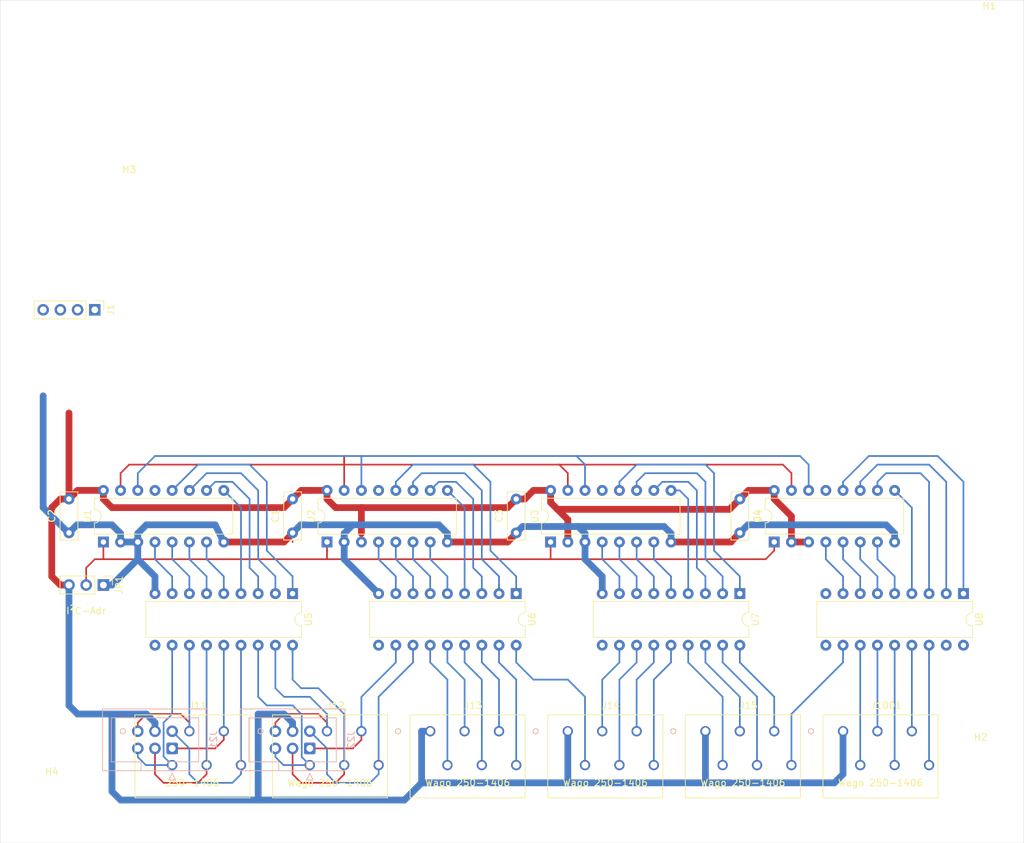
<source format=kicad_pcb>
(kicad_pcb (version 20211014) (generator pcbnew)
  (layers (0 "F.Cu" signal) (31 "B.Cu" signal) (34 "B.Paste" user) (35 "F.Paste" user) (36 "B.SilkS" user "B.Silkscreen") (37 "F.SilkS" user "F.Silkscreen") (38 "B.Mask" user) (39 "F.Mask" user) (44 "Edge.Cuts" user))
  (net 0 "")
  (net 1 "+5V")
  (net 2 "GND")
  (net 3 "Net-(U4-Pad12)")
  (net 4 "Net-(U4-Pad11)")
  (net 5 "Net-(U4-Pad10)")
  (net 6 "Net-(J1-Pad2)")
  (net 7 "Net-(U4-Pad9)")
  (net 8 "Net-(U4-Pad4)")
  (net 9 "Net-(U4-Pad5)")
  (net 10 "Net-(U4-Pad6)")
  (net 11 "Net-(U4-Pad7)")
  (net 12 "Net-(J1-Pad3)")
  (net 13 "Net-(J12-Pad2)")
  (net 14 "Net-(J12-Pad3)")
  (net 15 "Net-(J12-Pad4)")
  (net 16 "Net-(J12-Pad5)")
  (net 17 "Net-(J13-Pad5)")
  (net 18 "Net-(J13-Pad4)")
  (net 19 "Net-(J13-Pad3)")
  (net 20 "Net-(J13-Pad2)")
  (net 21 "Net-(J11-Pad2)")
  (net 22 "Net-(J14-Pad2)")
  (net 23 "Net-(J14-Pad3)")
  (net 24 "Net-(J14-Pad4)")
  (net 25 "Net-(J14-Pad5)")
  (net 26 "Net-(J13-Pad6)")
  (net 27 "Net-(J11-Pad6)")
  (net 28 "Net-(J12-Pad6)")
  (net 29 "Net-(J14-Pad6)")
  (net 30 "Net-(J15-Pad2)")
  (net 31 "Net-(J15-Pad3)")
  (net 32 "Net-(J15-Pad4)")
  (net 33 "Net-(J15-Pad5)")
  (net 34 "Net-(J15-Pad6)")
  (net 35 "Net-(J1001-Pad2)")
  (net 36 "Net-(J1001-Pad3)")
  (net 37 "Net-(J1001-Pad4)")
  (net 38 "Net-(J1001-Pad5)")
  (net 39 "Net-(J1001-Pad6)")
  (net 40 "Net-(U1-Pad7)")
  (net 41 "Net-(U1-Pad6)")
  (net 42 "Net-(U1-Pad5)")
  (net 43 "Net-(U1-Pad12)")
  (net 44 "Net-(U1-Pad4)")
  (net 45 "Net-(U1-Pad11)")
  (net 46 "Net-(U1-Pad10)")
  (net 47 "Net-(U1-Pad9)")
  (net 48 "Net-(JP1-Pad2)")
  (net 49 "Net-(U2-Pad7)")
  (net 50 "Net-(U2-Pad6)")
  (net 51 "Net-(U2-Pad5)")
  (net 52 "Net-(U2-Pad12)")
  (net 53 "Net-(U2-Pad4)")
  (net 54 "Net-(U2-Pad11)")
  (net 55 "Net-(U2-Pad10)")
  (net 56 "Net-(U2-Pad9)")
  (net 57 "Net-(U3-Pad7)")
  (net 58 "Net-(U3-Pad6)")
  (net 59 "Net-(U3-Pad5)")
  (net 60 "Net-(U3-Pad12)")
  (net 61 "Net-(U3-Pad4)")
  (net 62 "Net-(U3-Pad11)")
  (net 63 "Net-(U3-Pad10)")
  (net 64 "Net-(U3-Pad9)")
  (net 65 "Net-(J11-Pad5)")
  (net 66 "Net-(J11-Pad4)")
  (net 67 "Net-(J11-Pad3)")
  (footprint "Package_DIP:DIP-16_W7.62mm" (layer "F.Cu") (at 76.2 132.08 90)
    (fp_text reference "U1")
    (fp_text value "PCF8574")
  )
  (footprint "Package_DIP:DIP-16_W7.62mm" (layer "F.Cu") (at 109.22 132.08 90)
    (fp_text reference "U2")
    (fp_text value "PCF8574")
  )
  (footprint "Package_DIP:DIP-16_W7.62mm" (layer "F.Cu") (at 142.24 132.08 90)
    (fp_text reference "U3")
    (fp_text value "PCF8574")
  )
  (footprint "Package_DIP:DIP-18_W7.62mm" (layer "F.Cu") (at 104.14 139.7 -90)
    (fp_text reference "U5")
    (fp_text value "ULN2803A")
  )
  (footprint "Package_DIP:DIP-18_W7.62mm" (layer "F.Cu") (at 137.16 139.7 -90)
    (fp_text reference "U6")
    (fp_text value "ULN2803A")
  )
  (footprint "Package_DIP:DIP-18_W7.62mm" (layer "F.Cu") (at 170.18 139.7 -90)
    (fp_text reference "U7")
    (fp_text value "ULN2803A")
  )
  (footprint "Capacitors_THT:C_Disc_D7.0mm_W2.5mm_P5.00mm" (layer "F.Cu") (at 71.12 125.73 -90)
    (fp_text reference "C2")
    (fp_text value "100n")
  )
  (footprint "Capacitors_THT:C_Disc_D7.0mm_W2.5mm_P5.00mm" (layer "F.Cu") (at 137.16 125.73 -90)
    (fp_text reference "C3")
    (fp_text value "100n")
  )
  (footprint "Wago:CONN_250-1406_WAG" (layer "F.Cu") (at 104.14 160.02)
    (fp_text reference "J12")
    (fp_text value "Wago 250-1406")
  )
  (footprint "Wago:CONN_250-1406_WAG" (layer "F.Cu") (at 124.46 160.02)
    (fp_text reference "J13")
    (fp_text value "Wago 250-1406")
  )
  (footprint "Wago:CONN_250-1406_WAG" (layer "F.Cu") (at 144.78 160.02)
    (fp_text reference "J14")
    (fp_text value "Wago 250-1406")
  )
  (footprint "Wago:CONN_250-1406_WAG" (layer "F.Cu") (at 83.82 160.02)
    (fp_text reference "J11")
    (fp_text value "250-1406")
  )
  (footprint "Capacitors_THT:C_Disc_D7.0mm_W2.5mm_P5.00mm" (layer "F.Cu") (at 104.14 125.73 -90)
    (fp_text reference "C1")
    (fp_text value "100n")
  )
  (footprint "Wago:CONN_250-1406_WAG" (layer "F.Cu") (at 165.1 160.02)
    (fp_text reference "J15")
    (fp_text value "Wago 250-1406")
  )
  (footprint "Mounting_Holes:MountingHole_3.2mm_M3" (layer "F.Cu") (at 207.01 57.15)
    (fp_text reference "H1")
    (fp_text value "MountingHole")
  )
  (footprint "Mounting_Holes:MountingHole_3.2mm_M3" (layer "F.Cu") (at 205.74 165.1)
    (fp_text reference "H2")
    (fp_text value "MountingHole")
  )
  (footprint "Mounting_Holes:MountingHole_3.2mm_M3" (layer "F.Cu") (at 80.01 81.28)
    (fp_text reference "H3")
    (fp_text value "MountingHole")
  )
  (footprint "Mounting_Holes:MountingHole_3.2mm_M3" (layer "F.Cu") (at 68.58 170.18)
    (fp_text reference "H4")
    (fp_text value "MountingHole")
  )
  (footprint "Capacitors_THT:C_Disc_D7.0mm_W2.5mm_P5.00mm" (layer "F.Cu") (at 170.18 125.73 -90)
    (fp_text reference "C4")
    (fp_text value "100n")
  )
  (footprint "Wago:CONN_250-1406_WAG" (layer "F.Cu") (at 185.42 160.02)
    (fp_text reference "J1001")
    (fp_text value "Wago 250-1406")
  )
  (footprint "Package_DIP:DIP-16_W7.62mm" (layer "F.Cu") (at 175.26 132.08 90)
    (fp_text reference "U4")
    (fp_text value "PCF8574")
  )
  (footprint "Package_DIP:DIP-18_W7.62mm" (layer "F.Cu") (at 203.2 139.7 -90)
    (fp_text reference "U8")
    (fp_text value "ULN2803A")
  )
  (footprint "Pin_Headers:Pin_Header_Straight_1x04_Pitch2.54mm" (layer "F.Cu") (at 74.93 97.79 -90)
    (fp_text reference "J1")
    (fp_text value "Conn_01x04_Male")
  )
  (footprint "Pin_Headers:Pin_Header_Straight_1x03_Pitch2.54mm" (layer "F.Cu") (at 76.2 138.43 -90)
    (fp_text reference "JP1")
    (fp_text value "I²C-Adr")
  )
  (footprint "Connectors_IDC:IDC-Header_2x03_P2.54mm_Vertical" (layer "B.Cu") (at 86.36 162.56 90)
    (fp_text reference "J21")
    (fp_text value "Conn_01x06")
  )
  (footprint "Connectors_IDC:IDC-Header_2x03_P2.54mm_Vertical" (layer "B.Cu") (at 106.68 162.56 90)
    (fp_text reference "J22")
    (fp_text value "Conn_01x06")
  )
  (gr_line (start 60.96 176.53) (end 60.96 52.07) (layer "Edge.Cuts") (width 0.05))
  (gr_line (start 60.96 52.07) (end 212.09 52.07) (layer "Edge.Cuts") (width 0.05))
  (gr_line (start 212.09 176.53) (end 212.09 52.07) (layer "Edge.Cuts") (width 0.05))
  (gr_line (start 212.09 176.53) (end 60.96 176.53) (layer "Edge.Cuts") (width 0.05))
  (segment (start 102.87 127) (end 77.47 127) (width 1) (layer "F.Cu") (net 1))
  (segment (start 106.68 124.46) (end 109.22 124.46) (width 1) (layer "F.Cu") (net 1))
  (segment (start 143.256 127.254) (end 161.036 127.254) (width 1) (layer "F.Cu") (net 1))
  (segment (start 110.49 127) (end 114.3 127) (width 1) (layer "F.Cu") (net 1))
  (segment (start 177.8 128.27) (end 177.8 132.08) (width 1) (layer "F.Cu") (net 1))
  (segment (start 69.85 125.73) (end 68.58 127) (width 1) (layer "F.Cu") (net 1))
  (segment (start 68.58 127) (end 68.58 137.16) (width 1) (layer "F.Cu") (net 1))
  (segment (start 72.39 124.46) (end 76.2 124.46) (width 1) (layer "F.Cu") (net 1))
  (segment (start 143.256 127.254) (end 144.78 128.778) (width 1) (layer "F.Cu") (net 1))
  (segment (start 142.24 126.238) (end 143.256 127.254) (width 1) (layer "F.Cu") (net 1))
  (segment (start 71.12 125.73) (end 69.85 125.73) (width 1) (layer "F.Cu") (net 1))
  (segment (start 168.656 127.254) (end 170.18 125.73) (width 1) (layer "F.Cu") (net 1))
  (segment (start 171.45 124.46) (end 175.26 124.46) (width 1) (layer "F.Cu") (net 1))
  (segment (start 104.14 125.73) (end 105.41 124.46) (width 1) (layer "F.Cu") (net 1))
  (segment (start 161.036 127.254) (end 168.656 127.254) (width 1) (layer "F.Cu") (net 1))
  (segment (start 142.24 124.46) (end 142.24 126.238) (width 1) (layer "F.Cu") (net 1))
  (segment (start 177.8 132.08) (end 180.34 132.08) (width 1) (layer "F.Cu") (net 1))
  (segment (start 68.58 137.16) (end 69.85 138.43) (width 1) (layer "F.Cu") (net 1))
  (segment (start 104.14 125.73) (end 102.87 127) (width 1) (layer "F.Cu") (net 1))
  (segment (start 114.3 127) (end 135.89 127) (width 1) (layer "F.Cu") (net 1))
  (segment (start 137.16 125.73) (end 138.43 125.73) (width 1) (layer "F.Cu") (net 1))
  (segment (start 76.2 125.73) (end 76.2 124.46) (width 1) (layer "F.Cu") (net 1))
  (segment (start 109.22 124.46) (end 109.22 125.73) (width 1) (layer "F.Cu") (net 1))
  (segment (start 114.3 130.81) (end 114.3 127) (width 1) (layer "F.Cu") (net 1))
  (segment (start 175.26 125.73) (end 177.8 128.27) (width 1) (layer "F.Cu") (net 1))
  (segment (start 144.78 128.778) (end 144.78 132.08) (width 1) (layer "F.Cu") (net 1))
  (segment (start 77.47 127) (end 76.2 125.73) (width 1) (layer "F.Cu") (net 1))
  (segment (start 175.26 124.46) (end 175.26 125.73) (width 1) (layer "F.Cu") (net 1))
  (segment (start 135.89 127) (end 137.16 125.73) (width 1) (layer "F.Cu") (net 1))
  (segment (start 69.85 138.43) (end 71.12 138.43) (width 1) (layer "F.Cu") (net 1))
  (segment (start 72.320009 124.529991) (end 71.12 125.73) (width 1) (layer "F.Cu") (net 1))
  (segment (start 71.12 125.73) (end 72.39 124.46) (width 1) (layer "F.Cu") (net 1))
  (segment (start 105.41 124.46) (end 106.68 124.46) (width 1) (layer "F.Cu") (net 1))
  (segment (start 114.3 130.81) (end 114.3 132.08) (width 0.25) (layer "F.Cu") (net 1))
  (segment (start 138.43 125.73) (end 139.7 124.46) (width 1) (layer "F.Cu") (net 1))
  (segment (start 139.7 124.46) (end 142.24 124.46) (width 1) (layer "F.Cu") (net 1))
  (segment (start 109.22 125.73) (end 110.49 127) (width 1) (layer "F.Cu") (net 1))
  (segment (start 71.12 113.03) (end 71.12 125.73) (width 1) (layer "F.Cu") (net 1))
  (segment (start 170.18 125.73) (end 171.45 124.46) (width 1) (layer "F.Cu") (net 1))
  (via (at 124.46 160.02) (size 0.8) (drill 0.4) (layers "F.Cu" "B.Cu") (net 1))
  (segment (start 99.06 157.48) (end 99.06 170.18) (width 1) (layer "B.Cu") (net 1))
  (segment (start 83.82 158.75) (end 83.82 160.02) (width 1) (layer "B.Cu") (net 1))
  (segment (start 185.42 160.02) (end 185.42 166.37) (width 1) (layer "B.Cu") (net 1))
  (segment (start 78.74 170.18) (end 99.06 170.18) (width 1) (layer "B.Cu") (net 1))
  (segment (start 71.12 156.21) (end 72.39 157.48) (width 1) (layer "B.Cu") (net 1))
  (segment (start 184.15 167.64) (end 163.83 167.64) (width 1) (layer "B.Cu") (net 1))
  (segment (start 77.47 168.91) (end 78.74 170.18) (width 1) (layer "B.Cu") (net 1))
  (segment (start 99.06 170.18) (end 120.65 170.18) (width 1) (layer "B.Cu") (net 1))
  (segment (start 165.1 167.64) (end 165.1 166.37) (width 1) (layer "B.Cu") (net 1))
  (segment (start 77.47 157.48) (end 77.47 168.91) (width 1) (layer "B.Cu") (net 1))
  (segment (start 123.19 160.02) (end 124.46 160.02) (width 1) (layer "B.Cu") (net 1))
  (segment (start 141.986 124.206) (end 142.24 124.46) (width 0.25) (layer "B.Cu") (net 1))
  (segment (start 104.14 160.02) (end 104.14 158.75) (width 1) (layer "B.Cu") (net 1))
  (segment (start 123.19 167.64) (end 123.19 160.02) (width 1) (layer "B.Cu") (net 1))
  (segment (start 82.55 157.48) (end 83.82 158.75) (width 1) (layer "B.Cu") (net 1))
  (segment (start 104.14 158.75) (end 102.87 157.48) (width 1) (layer "B.Cu") (net 1))
  (segment (start 102.87 157.48) (end 99.06 157.48) (width 1) (layer "B.Cu") (net 1))
  (segment (start 165.1 166.37) (end 165.1 160.02) (width 1) (layer "B.Cu") (net 1))
  (segment (start 71.12 138.43) (end 71.12 156.21) (width 1) (layer "B.Cu") (net 1))
  (segment (start 185.42 166.37) (end 184.15 167.64) (width 1) (layer "B.Cu") (net 1))
  (segment (start 144.78 167.64) (end 163.83 167.64) (width 1) (layer "B.Cu") (net 1))
  (segment (start 120.65 170.18) (end 123.19 167.64) (width 1) (layer "B.Cu") (net 1))
  (segment (start 72.39 157.48) (end 82.55 157.48) (width 1) (layer "B.Cu") (net 1))
  (segment (start 144.78 160.02) (end 144.78 167.64) (width 1) (layer "B.Cu") (net 1))
  (segment (start 144.78 167.64) (end 123.19 167.64) (width 1) (layer "B.Cu") (net 1))
  (segment (start 137.16 130.81) (end 137.16 130.73) (width 1) (layer "F.Cu") (net 2))
  (segment (start 160.02 132.08) (end 168.91 132.08) (width 1) (layer "F.Cu") (net 2))
  (segment (start 102.87 132.08) (end 104.14 130.81) (width 1) (layer "F.Cu") (net 2))
  (segment (start 168.91 132.08) (end 168.91 132) (width 0.25) (layer "F.Cu") (net 2))
  (segment (start 93.98 132.08) (end 102.87 132.08) (width 1) (layer "F.Cu") (net 2))
  (segment (start 135.89 132.08) (end 137.16 130.81) (width 1) (layer "F.Cu") (net 2))
  (segment (start 104.14 132.08) (end 104.14 132) (width 0.25) (layer "F.Cu") (net 2))
  (segment (start 127 132.08) (end 135.89 132.08) (width 1) (layer "F.Cu") (net 2))
  (segment (start 168.91 132) (end 170.18 130.73) (width 1) (layer "F.Cu") (net 2))
  (segment (start 104.14 130.81) (end 104.14 130.73) (width 1) (layer "F.Cu") (net 2))
  (segment (start 81.28 134.62) (end 77.47 138.43) (width 1) (layer "B.Cu") (net 2))
  (segment (start 77.47 129.54) (end 78.74 130.81) (width 1) (layer "B.Cu") (net 2))
  (segment (start 127 130.81) (end 127 132.08) (width 1) (layer "B.Cu") (net 2))
  (segment (start 72.31 129.54) (end 77.47 129.54) (width 1) (layer "B.Cu") (net 2))
  (segment (start 71.12 130.81) (end 71.2 130.81) (width 1) (layer "B.Cu") (net 2))
  (segment (start 147.32 132.08) (end 147.32 134.62) (width 1) (layer "B.Cu") (net 2))
  (segment (start 146.304 129.794) (end 147.32 130.81) (width 1) (layer "B.Cu") (net 2))
  (segment (start 81.28 132.08) (end 81.28 134.62) (width 1) (layer "B.Cu") (net 2))
  (segment (start 111.76 134.62) (end 116.84 139.7) (width 1) (layer "B.Cu") (net 2))
  (segment (start 82.55 129.54) (end 81.28 130.81) (width 1) (layer "B.Cu") (net 2))
  (segment (start 193.04 130.81) (end 193.04 132.08) (width 1) (layer "B.Cu") (net 2))
  (segment (start 160.02 130.81) (end 160.02 132.08) (width 1) (layer "B.Cu") (net 2))
  (segment (start 78.74 132.08) (end 78.74 130.81) (width 1) (layer "B.Cu") (net 2))
  (segment (start 81.28 132.08) (end 78.74 132.08) (width 1) (layer "B.Cu") (net 2))
  (segment (start 81.28 134.62) (end 83.82 137.16) (width 1) (layer "B.Cu") (net 2))
  (segment (start 67.31 127) (end 71.12 130.81) (width 1) (layer "B.Cu") (net 2))
  (segment (start 105.33 129.54) (end 104.14 130.73) (width 1) (layer "B.Cu") (net 2))
  (segment (start 171.37 129.54) (end 191.77 129.54) (width 1) (layer "B.Cu") (net 2))
  (segment (start 111.76 130.81) (end 113.03 129.54) (width 1) (layer "B.Cu") (net 2))
  (segment (start 146.304 129.794) (end 159.004 129.794) (width 1) (layer "B.Cu") (net 2))
  (segment (start 147.32 130.81) (end 147.32 132.08) (width 1) (layer "B.Cu") (net 2))
  (segment (start 81.28 130.81) (end 81.28 132.08) (width 1) (layer "B.Cu") (net 2))
  (segment (start 146.304 129.794) (end 138.096 129.794) (width 1) (layer "B.Cu") (net 2))
  (segment (start 71.12 130.73) (end 72.31 129.54) (width 1) (layer "B.Cu") (net 2))
  (segment (start 67.31 110.49) (end 67.31 127) (width 1) (layer "B.Cu") (net 2))
  (segment (start 111.76 132.08) (end 111.76 134.62) (width 1) (layer "B.Cu") (net 2))
  (segment (start 138.096 129.794) (end 137.16 130.73) (width 1) (layer "B.Cu") (net 2))
  (segment (start 113.03 129.54) (end 105.33 129.54) (width 1) (layer "B.Cu") (net 2))
  (segment (start 170.18 130.73) (end 171.37 129.54) (width 1) (layer "B.Cu") (net 2))
  (segment (start 111.76 132.08) (end 111.76 130.81) (width 1) (layer "B.Cu") (net 2))
  (segment (start 125.73 129.54) (end 127 130.81) (width 1) (layer "B.Cu") (net 2))
  (segment (start 93.98 132.08) (end 92.71 129.54) (width 1) (layer "B.Cu") (net 2))
  (segment (start 159.004 129.794) (end 160.02 130.81) (width 1) (layer "B.Cu") (net 2))
  (segment (start 83.82 137.16) (end 83.82 139.7) (width 1) (layer "B.Cu") (net 2))
  (segment (start 149.86 137.16) (end 149.86 139.7) (width 1) (layer "B.Cu") (net 2))
  (segment (start 92.71 129.54) (end 82.55 129.54) (width 1) (layer "B.Cu") (net 2))
  (segment (start 113.03 129.54) (end 125.73 129.54) (width 1) (layer "B.Cu") (net 2))
  (segment (start 191.77 129.54) (end 193.04 130.81) (width 1) (layer "B.Cu") (net 2))
  (segment (start 147.32 134.62) (end 149.86 137.16) (width 1) (layer "B.Cu") (net 2))
  (segment (start 77.47 138.43) (end 76.2 138.43) (width 1) (layer "B.Cu") (net 2))
  (segment (start 189.23 119.38) (end 199.39 119.38) (width 0.25) (layer "B.Cu") (net 3))
  (segment (start 185.42 123.19) (end 189.23 119.38) (width 0.25) (layer "B.Cu") (net 3))
  (segment (start 199.39 119.38) (end 203.2 123.19) (width 0.25) (layer "B.Cu") (net 3))
  (segment (start 185.42 124.46) (end 185.42 123.19) (width 0.25) (layer "B.Cu") (net 3))
  (segment (start 203.2 123.19) (end 203.2 139.7) (width 0.25) (layer "B.Cu") (net 3))
  (segment (start 187.96 123.19) (end 190.5 120.65) (width 0.25) (layer "B.Cu") (net 4))
  (segment (start 187.96 124.46) (end 187.96 123.19) (width 0.25) (layer "B.Cu") (net 4))
  (segment (start 200.66 123.19) (end 200.66 139.7) (width 0.25) (layer "B.Cu") (net 4))
  (segment (start 198.12 120.65) (end 200.66 123.19) (width 0.25) (layer "B.Cu") (net 4))
  (segment (start 190.5 120.65) (end 198.12 120.65) (width 0.25) (layer "B.Cu") (net 4))
  (segment (start 196.85 121.92) (end 198.12 123.19) (width 0.25) (layer "B.Cu") (net 5))
  (segment (start 191.77 121.92) (end 196.85 121.92) (width 0.25) (layer "B.Cu") (net 5))
  (segment (start 198.12 123.19) (end 198.12 139.7) (width 0.25) (layer "B.Cu") (net 5))
  (segment (start 190.5 124.46) (end 190.5 123.19) (width 0.25) (layer "B.Cu") (net 5))
  (segment (start 190.5 123.19) (end 191.77 121.92) (width 0.25) (layer "B.Cu") (net 5))
  (segment (start 146.05 119.38) (end 179.07 119.38) (width 0.25) (layer "B.Cu") (net 6))
  (segment (start 114.3 124.46) (end 114.3 119.38) (width 0.25) (layer "B.Cu") (net 6))
  (segment (start 180.34 120.65) (end 180.34 124.46) (width 0.25) (layer "B.Cu") (net 6))
  (segment (start 179.07 119.38) (end 180.34 120.65) (width 0.25) (layer "B.Cu") (net 6))
  (segment (start 111.76 119.38) (end 114.3 119.38) (width 0.25) (layer "B.Cu") (net 6))
  (segment (start 81.28 121.92) (end 83.82 119.38) (width 0.25) (layer "B.Cu") (net 6))
  (segment (start 83.82 119.38) (end 111.76 119.38) (width 0.25) (layer "B.Cu") (net 6))
  (segment (start 147.32 120.65) (end 147.32 124.46) (width 0.25) (layer "B.Cu") (net 6))
  (segment (start 146.05 119.38) (end 147.32 120.65) (width 0.25) (layer "B.Cu") (net 6))
  (segment (start 81.28 124.46) (end 81.28 121.92) (width 0.25) (layer "B.Cu") (net 6))
  (segment (start 114.3 119.38) (end 146.05 119.38) (width 0.25) (layer "B.Cu") (net 6))
  (segment (start 193.04 124.46) (end 195.58 127) (width 0.25) (layer "B.Cu") (net 7))
  (segment (start 195.58 127) (end 195.58 139.7) (width 0.25) (layer "B.Cu") (net 7))
  (segment (start 182.88 134.62) (end 185.42 137.16) (width 0.25) (layer "B.Cu") (net 8))
  (segment (start 185.42 137.16) (end 185.42 139.7) (width 0.25) (layer "B.Cu") (net 8))
  (segment (start 182.88 132.08) (end 182.88 134.62) (width 0.25) (layer "B.Cu") (net 8))
  (segment (start 187.96 137.16) (end 187.96 139.7) (width 0.25) (layer "B.Cu") (net 9))
  (segment (start 185.42 134.62) (end 187.96 137.16) (width 0.25) (layer "B.Cu") (net 9))
  (segment (start 185.42 132.08) (end 185.42 134.62) (width 0.25) (layer "B.Cu") (net 9))
  (segment (start 187.96 132.08) (end 187.96 134.62) (width 0.25) (layer "B.Cu") (net 10))
  (segment (start 190.5 137.16) (end 190.5 139.7) (width 0.25) (layer "B.Cu") (net 10))
  (segment (start 187.96 134.62) (end 190.5 137.16) (width 0.25) (layer "B.Cu") (net 10))
  (segment (start 190.5 134.62) (end 193.04 137.16) (width 0.25) (layer "B.Cu") (net 11))
  (segment (start 193.04 137.16) (end 193.04 139.7) (width 0.25) (layer "B.Cu") (net 11))
  (segment (start 190.5 132.08) (end 190.5 134.62) (width 0.25) (layer "B.Cu") (net 11))
  (segment (start 144.78 121.92) (end 144.78 124.46) (width 0.25) (layer "F.Cu") (net 12))
  (segment (start 111.76 119.38) (end 111.76 124.46) (width 0.25) (layer "F.Cu") (net 12))
  (segment (start 111.76 119.38) (end 111.76 120.65) (width 0.25) (layer "F.Cu") (net 12))
  (segment (start 143.51 120.65) (end 144.78 121.92) (width 0.25) (layer "F.Cu") (net 12))
  (segment (start 143.51 120.65) (end 176.53 120.65) (width 0.25) (layer "F.Cu") (net 12))
  (segment (start 177.8 121.92) (end 177.8 124.46) (width 0.25) (layer "F.Cu") (net 12))
  (segment (start 176.53 120.65) (end 177.8 121.92) (width 0.25) (layer "F.Cu") (net 12))
  (segment (start 111.76 120.65) (end 143.51 120.65) (width 0.25) (layer "F.Cu") (net 12))
  (segment (start 80.01 120.65) (end 111.76 120.65) (width 0.25) (layer "F.Cu") (net 12))
  (segment (start 78.74 121.92) (end 80.01 120.65) (width 0.25) (layer "F.Cu") (net 12))
  (segment (start 78.74 124.46) (end 78.74 121.92) (width 0.25) (layer "F.Cu") (net 12))
  (segment (start 105.49 163.83) (end 105.49 157.56) (width 0.25) (layer "B.Cu") (net 13))
  (segment (start 106.68 165.02) (end 102.79 165.02) (width 0.25) (layer "B.Cu") (net 13))
  (segment (start 100.33 156.21) (end 99.06 154.94) (width 0.25) (layer "B.Cu") (net 13))
  (segment (start 104.14 156.21) (end 100.33 156.21) (width 0.25) (layer "B.Cu") (net 13))
  (segment (start 106.68 165.02) (end 105.49 163.83) (width 0.25) (layer "B.Cu") (net 13))
  (segment (start 105.49 157.56) (end 104.14 156.21) (width 0.25) (layer "B.Cu") (net 13))
  (segment (start 102.79 165.02) (end 101.6 163.83) (width 0.25) (layer "B.Cu") (net 13))
  (segment (start 101.6 162.56) (end 101.6 163.83) (width 0.25) (layer "B.Cu") (net 13))
  (segment (start 99.06 154.94) (end 99.06 147.32) (width 0.25) (layer "B.Cu") (net 13))
  (segment (start 101.6 160.02) (end 101.6 158.75) (width 0.25) (layer "F.Cu") (net 14))
  (segment (start 109.22 158.75) (end 109.22 160.02) (width 0.25) (layer "F.Cu") (net 14))
  (segment (start 107.95 157.48) (end 109.22 158.75) (width 0.25) (layer "F.Cu") (net 14))
  (segment (start 102.87 157.48) (end 107.95 157.48) (width 0.25) (layer "F.Cu") (net 14))
  (segment (start 101.6 158.75) (end 102.87 157.48) (width 0.25) (layer "F.Cu") (net 14))
  (segment (start 106.68 154.94) (end 109.22 157.48) (width 0.25) (layer "B.Cu") (net 14))
  (segment (start 109.22 157.48) (end 109.22 160.02) (width 0.25) (layer "B.Cu") (net 14))
  (segment (start 101.6 153.67) (end 102.87 154.94) (width 0.25) (layer "B.Cu") (net 14))
  (segment (start 101.6 147.32) (end 101.6 153.67) (width 0.25) (layer "B.Cu") (net 14))
  (segment (start 102.87 154.94) (end 106.68 154.94) (width 0.25) (layer "B.Cu") (net 14))
  (segment (start 104.14 166.37) (end 105.41 167.64) (width 0.25) (layer "F.Cu") (net 15))
  (segment (start 110.49 167.64) (end 111.76 166.37) (width 0.25) (layer "F.Cu") (net 15))
  (segment (start 105.41 167.64) (end 110.49 167.64) (width 0.25) (layer "F.Cu") (net 15))
  (segment (start 111.76 166.37) (end 111.76 165.02) (width 0.25) (layer "F.Cu") (net 15))
  (segment (start 104.14 162.56) (end 104.14 166.37) (width 0.25) (layer "F.Cu") (net 15))
  (segment (start 104.14 147.32) (end 104.14 148.59) (width 0.25) (layer "B.Cu") (net 15))
  (segment (start 107.95 153.67) (end 111.76 157.48) (width 0.25) (layer "B.Cu") (net 15))
  (segment (start 111.76 157.48) (end 111.76 165.02) (width 0.25) (layer "B.Cu") (net 15))
  (segment (start 105.41 153.67) (end 107.95 153.67) (width 0.25) (layer "B.Cu") (net 15))
  (segment (start 104.14 147.32) (end 104.14 152.4) (width 0.25) (layer "B.Cu") (net 15))
  (segment (start 104.14 152.4) (end 105.41 153.67) (width 0.25) (layer "B.Cu") (net 15))
  (segment (start 106.68 162.56) (end 113.03 162.56) (width 0.25) (layer "F.Cu") (net 16))
  (segment (start 113.03 162.56) (end 114.3 161.29) (width 0.25) (layer "F.Cu") (net 16))
  (segment (start 114.3 161.29) (end 114.3 160.02) (width 0.25) (layer "F.Cu") (net 16))
  (segment (start 119.38 147.32) (end 119.38 149.86) (width 0.25) (layer "B.Cu") (net 16))
  (segment (start 114.3 154.94) (end 114.3 160.02) (width 0.25) (layer "B.Cu") (net 16))
  (segment (start 119.38 149.86) (end 114.3 154.94) (width 0.25) (layer "B.Cu") (net 16))
  (segment (start 132.08 147.32) (end 132.08 149.86) (width 0.25) (layer "B.Cu") (net 17))
  (segment (start 134.62 152.4) (end 134.62 160.02) (width 0.25) (layer "B.Cu") (net 17))
  (segment (start 132.08 149.86) (end 134.62 152.4) (width 0.25) (layer "B.Cu") (net 17))
  (segment (start 129.54 149.86) (end 132.08 152.4) (width 0.25) (layer "B.Cu") (net 18))
  (segment (start 129.54 147.32) (end 129.54 149.86) (width 0.25) (layer "B.Cu") (net 18))
  (segment (start 132.08 152.4) (end 132.08 165.02) (width 0.25) (layer "B.Cu") (net 18))
  (segment (start 127 147.32) (end 127 149.86) (width 0.25) (layer "B.Cu") (net 19))
  (segment (start 127 149.86) (end 129.54 152.4) (width 0.25) (layer "B.Cu") (net 19))
  (segment (start 129.54 152.4) (end 129.54 160.02) (width 0.25) (layer "B.Cu") (net 19))
  (segment (start 124.46 147.32) (end 124.46 149.86) (width 0.25) (layer "B.Cu") (net 20))
  (segment (start 127 152.4) (end 127 165.02) (width 0.25) (layer "B.Cu") (net 20))
  (segment (start 124.46 149.86) (end 127 152.4) (width 0.25) (layer "B.Cu") (net 20))
  (segment (start 86.36 165.02) (end 86.36 165.1) (width 0.25) (layer "F.Cu") (net 21))
  (segment (start 81.28 163.83) (end 81.28 162.56) (width 0.25) (layer "B.Cu") (net 21))
  (segment (start 86.36 147.32) (end 86.36 157.48) (width 0.25) (layer "B.Cu") (net 21))
  (segment (start 86.36 157.48) (end 85.09 158.75) (width 0.25) (layer "B.Cu") (net 21))
  (segment (start 85.09 158.75) (end 85.09 163.75) (width 0.25) (layer "B.Cu") (net 21))
  (segment (start 86.36 165.02) (end 86.36 165.1) (width 0.25) (layer "B.Cu") (net 21))
  (segment (start 86.36 165.02) (end 82.47 165.02) (width 0.25) (layer "B.Cu") (net 21))
  (segment (start 85.09 163.75) (end 86.36 165.02) (width 0.25) (layer "B.Cu") (net 21))
  (segment (start 82.47 165.02) (end 81.28 163.83) (width 0.25) (layer "B.Cu") (net 21))
  (segment (start 147.32 154.94) (end 147.32 165.02) (width 0.25) (layer "B.Cu") (net 22))
  (segment (start 139.7 152.4) (end 144.78 152.4) (width 0.25) (layer "B.Cu") (net 22))
  (segment (start 137.16 149.86) (end 139.7 152.4) (width 0.25) (layer "B.Cu") (net 22))
  (segment (start 144.78 152.4) (end 147.32 154.94) (width 0.25) (layer "B.Cu") (net 22))
  (segment (start 137.16 147.32) (end 137.16 149.86) (width 0.25) (layer "B.Cu") (net 22))
  (segment (start 149.86 152.4) (end 149.86 160.02) (width 0.25) (layer "B.Cu") (net 23))
  (segment (start 152.4 149.86) (end 149.86 152.4) (width 0.25) (layer "B.Cu") (net 23))
  (segment (start 152.4 147.32) (end 152.4 149.86) (width 0.25) (layer "B.Cu") (net 23))
  (segment (start 152.4 152.4) (end 152.4 165.02) (width 0.25) (layer "B.Cu") (net 24))
  (segment (start 154.94 147.32) (end 154.94 149.86) (width 0.25) (layer "B.Cu") (net 24))
  (segment (start 154.94 149.86) (end 152.4 152.4) (width 0.25) (layer "B.Cu") (net 24))
  (segment (start 157.48 147.32) (end 157.48 149.86) (width 0.25) (layer "B.Cu") (net 25))
  (segment (start 154.94 152.4) (end 154.94 160.02) (width 0.25) (layer "B.Cu") (net 25))
  (segment (start 157.48 149.86) (end 154.94 152.4) (width 0.25) (layer "B.Cu") (net 25))
  (segment (start 134.62 149.86) (end 137.16 152.4) (width 0.25) (layer "B.Cu") (net 26))
  (segment (start 137.16 152.4) (end 137.16 165.02) (width 0.25) (layer "B.Cu") (net 26))
  (segment (start 134.62 147.32) (end 134.62 149.86) (width 0.25) (layer "B.Cu") (net 26))
  (segment (start 86.36 160.02) (end 88.9 162.56) (width 0.25) (layer "B.Cu") (net 27))
  (segment (start 96.52 166.37) (end 96.52 165.02) (width 0.25) (layer "B.Cu") (net 27))
  (segment (start 88.9 166.37) (end 90.17 167.64) (width 0.25) (layer "B.Cu") (net 27))
  (segment (start 88.9 162.56) (end 88.9 166.37) (width 0.25) (layer "B.Cu") (net 27))
  (segment (start 96.52 165.02) (end 96.52 165.1) (width 0.25) (layer "B.Cu") (net 27))
  (segment (start 90.17 167.64) (end 95.25 167.64) (width 0.25) (layer "B.Cu") (net 27))
  (segment (start 95.25 167.64) (end 96.52 166.37) (width 0.25) (layer "B.Cu") (net 27))
  (segment (start 96.52 147.32) (end 96.52 165.02) (width 0.25) (layer "B.Cu") (net 27))
  (segment (start 121.92 149.86) (end 116.84 154.94) (width 0.25) (layer "B.Cu") (net 28))
  (segment (start 110.49 167.64) (end 115.57 167.64) (width 0.25) (layer "B.Cu") (net 28))
  (segment (start 109.22 162.56) (end 109.22 166.37) (width 0.25) (layer "B.Cu") (net 28))
  (segment (start 116.84 166.37) (end 116.84 165.02) (width 0.25) (layer "B.Cu") (net 28))
  (segment (start 115.57 167.64) (end 116.84 166.37) (width 0.25) (layer "B.Cu") (net 28))
  (segment (start 116.84 154.94) (end 116.84 165.02) (width 0.25) (layer "B.Cu") (net 28))
  (segment (start 121.92 147.32) (end 121.92 149.86) (width 0.25) (layer "B.Cu") (net 28))
  (segment (start 109.22 166.37) (end 110.49 167.64) (width 0.25) (layer "B.Cu") (net 28))
  (segment (start 106.68 160.02) (end 109.22 162.56) (width 0.25) (layer "B.Cu") (net 28))
  (segment (start 160.02 147.32) (end 160.02 149.86) (width 0.25) (layer "B.Cu") (net 29))
  (segment (start 160.02 149.86) (end 157.48 152.4) (width 0.25) (layer "B.Cu") (net 29))
  (segment (start 157.48 152.4) (end 157.48 165.02) (width 0.25) (layer "B.Cu") (net 29))
  (segment (start 167.64 154.94) (end 167.64 165.02) (width 0.25) (layer "B.Cu") (net 30))
  (segment (start 162.56 149.86) (end 167.64 154.94) (width 0.25) (layer "B.Cu") (net 30))
  (segment (start 162.56 147.32) (end 162.56 149.86) (width 0.25) (layer "B.Cu") (net 30))
  (segment (start 170.18 154.94) (end 170.18 160.02) (width 0.25) (layer "B.Cu") (net 31))
  (segment (start 165.1 149.86) (end 170.18 154.94) (width 0.25) (layer "B.Cu") (net 31))
  (segment (start 165.1 147.32) (end 165.1 149.86) (width 0.25) (layer "B.Cu") (net 31))
  (segment (start 172.72 154.94) (end 172.72 165.02) (width 0.25) (layer "B.Cu") (net 32))
  (segment (start 167.64 147.32) (end 167.64 149.86) (width 0.25) (layer "B.Cu") (net 32))
  (segment (start 167.64 149.86) (end 172.72 154.94) (width 0.25) (layer "B.Cu") (net 32))
  (segment (start 170.18 149.86) (end 175.26 154.94) (width 0.25) (layer "B.Cu") (net 33))
  (segment (start 170.18 147.32) (end 170.18 149.86) (width 0.25) (layer "B.Cu") (net 33))
  (segment (start 175.26 154.94) (end 175.26 160.02) (width 0.25) (layer "B.Cu") (net 33))
  (segment (start 185.42 149.86) (end 177.8 157.48) (width 0.25) (layer "B.Cu") (net 34))
  (segment (start 177.8 157.48) (end 177.8 165.02) (width 0.25) (layer "B.Cu") (net 34))
  (segment (start 185.42 147.32) (end 185.42 149.86) (width 0.25) (layer "B.Cu") (net 34))
  (segment (start 187.96 147.32) (end 187.96 165.02) (width 0.25) (layer "B.Cu") (net 35))
  (segment (start 190.5 149.86) (end 190.5 160.02) (width 0.25) (layer "B.Cu") (net 36))
  (segment (start 190.5 147.32) (end 190.5 149.86) (width 0.25) (layer "B.Cu") (net 36))
  (segment (start 193.04 147.32) (end 193.04 149.86) (width 0.25) (layer "B.Cu") (net 37))
  (segment (start 193.04 165.02) (end 193.04 149.86) (width 0.25) (layer "B.Cu") (net 37))
  (segment (start 195.58 147.32) (end 195.58 149.86) (width 0.25) (layer "B.Cu") (net 38))
  (segment (start 195.58 149.86) (end 195.58 160.02) (width 0.25) (layer "B.Cu") (net 38))
  (segment (start 198.12 149.86) (end 198.12 165.02) (width 0.25) (layer "B.Cu") (net 39))
  (segment (start 198.12 147.32) (end 198.12 149.86) (width 0.25) (layer "B.Cu") (net 39))
  (segment (start 93.98 137.16) (end 93.98 139.7) (width 0.25) (layer "B.Cu") (net 40))
  (segment (start 91.44 134.62) (end 93.98 137.16) (width 0.25) (layer "B.Cu") (net 40))
  (segment (start 91.44 132.08) (end 91.44 134.62) (width 0.25) (layer "B.Cu") (net 40))
  (segment (start 91.44 137.16) (end 91.44 139.7) (width 0.25) (layer "B.Cu") (net 41))
  (segment (start 88.9 134.62) (end 91.44 137.16) (width 0.25) (layer "B.Cu") (net 41))
  (segment (start 88.9 132.08) (end 88.9 134.62) (width 0.25) (layer "B.Cu") (net 41))
  (segment (start 86.36 134.62) (end 88.9 137.16) (width 0.25) (layer "B.Cu") (net 42))
  (segment (start 86.36 132.08) (end 86.36 134.62) (width 0.25) (layer "B.Cu") (net 42))
  (segment (start 88.9 137.16) (end 88.9 139.7) (width 0.25) (layer "B.Cu") (net 42))
  (segment (start 97.79 120.65) (end 100.33 123.19) (width 0.25) (layer "B.Cu") (net 43))
  (segment (start 104.14 137.16) (end 104.14 139.7) (width 0.25) (layer "B.Cu") (net 43))
  (segment (start 86.36 124.46) (end 90.17 120.65) (width 0.25) (layer "B.Cu") (net 43))
  (segment (start 90.17 120.65) (end 97.79 120.65) (width 0.25) (layer "B.Cu") (net 43))
  (segment (start 100.33 133.35) (end 104.14 137.16) (width 0.25) (layer "B.Cu") (net 43))
  (segment (start 100.33 123.19) (end 100.33 133.35) (width 0.25) (layer "B.Cu") (net 43))
  (segment (start 86.36 137.16) (end 86.36 139.7) (width 0.25) (layer "B.Cu") (net 44))
  (segment (start 83.82 134.62) (end 86.36 137.16) (width 0.25) (layer "B.Cu") (net 44))
  (segment (start 83.82 132.08) (end 83.82 134.62) (width 0.25) (layer "B.Cu") (net 44))
  (segment (start 99.06 124.46) (end 96.52 121.92) (width 0.25) (layer "B.Cu") (net 45))
  (segment (start 99.06 134.62) (end 101.6 137.16) (width 0.25) (layer "B.Cu") (net 45))
  (segment (start 91.44 121.92) (end 88.9 124.46) (width 0.25) (layer "B.Cu") (net 45))
  (segment (start 101.6 137.16) (end 101.6 139.7) (width 0.25) (layer "B.Cu") (net 45))
  (segment (start 99.06 134.62) (end 99.06 124.46) (width 0.25) (layer "B.Cu") (net 45))
  (segment (start 96.52 121.92) (end 91.44 121.92) (width 0.25) (layer "B.Cu") (net 45))
  (segment (start 99.06 137.16) (end 99.06 139.7) (width 0.25) (layer "B.Cu") (net 46))
  (segment (start 95.25 123.19) (end 97.79 125.73) (width 0.25) (layer "B.Cu") (net 46))
  (segment (start 91.44 124.46) (end 92.71 123.19) (width 0.25) (layer "B.Cu") (net 46))
  (segment (start 92.71 123.19) (end 95.25 123.19) (width 0.25) (layer "B.Cu") (net 46))
  (segment (start 97.79 135.89) (end 99.06 137.16) (width 0.25) (layer "B.Cu") (net 46))
  (segment (start 97.79 125.73) (end 97.79 135.89) (width 0.25) (layer "B.Cu") (net 46))
  (segment (start 96.52 139.7) (end 96.52 127) (width 0.25) (layer "B.Cu") (net 47))
  (segment (start 96.52 127) (end 93.98 124.46) (width 0.25) (layer "B.Cu") (net 47))
  (segment (start 175.26 133.35) (end 175.26 132.08) (width 0.25) (layer "F.Cu") (net 48))
  (segment (start 173.99 134.62) (end 175.26 133.35) (width 0.25) (layer "F.Cu") (net 48))
  (segment (start 109.22 134.62) (end 109.22 133.35) (width 0.25) (layer "F.Cu") (net 48))
  (segment (start 109.22 134.62) (end 173.99 134.62) (width 0.25) (layer "F.Cu") (net 48))
  (segment (start 74.93 134.62) (end 109.22 134.62) (width 0.25) (layer "F.Cu") (net 48))
  (segment (start 76.2 132.08) (end 76.2 134.62) (width 0.25) (layer "F.Cu") (net 48))
  (segment (start 142.24 134.62) (end 142.24 132.08) (width 0.25) (layer "F.Cu") (net 48))
  (segment (start 73.66 138.43) (end 73.66 135.89) (width 0.25) (layer "F.Cu") (net 48))
  (segment (start 109.22 133.35) (end 109.22 132.08) (width 0.25) (layer "F.Cu") (net 48))
  (segment (start 73.66 135.89) (end 74.93 134.62) (width 0.25) (layer "F.Cu") (net 48))
  (segment (start 124.46 134.62) (end 127 137.16) (width 0.25) (layer "B.Cu") (net 49))
  (segment (start 124.46 132.08) (end 124.46 134.62) (width 0.25) (layer "B.Cu") (net 49))
  (segment (start 126.8136 140.15001) (end 127.1864 140.15001) (width 0.25) (layer "B.Cu") (net 49))
  (segment (start 127.1864 140.15001) (end 127.318205 140.018205) (width 0.25) (layer "B.Cu") (net 49))
  (segment (start 127 137.16) (end 127 139.7) (width 0.25) (layer "B.Cu") (net 49))
  (segment (start 126.54999 139.8864) (end 126.8136 140.15001) (width 0.25) (layer "B.Cu") (net 49))
  (segment (start 124.46 137.16) (end 124.46 139.7) (width 0.25) (layer "B.Cu") (net 50))
  (segment (start 121.92 132.08) (end 121.92 134.62) (width 0.25) (layer "B.Cu") (net 50))
  (segment (start 121.92 134.62) (end 124.46 137.16) (width 0.25) (layer "B.Cu") (net 50))
  (segment (start 119.38 132.08) (end 119.38 134.62) (width 0.25) (layer "B.Cu") (net 51))
  (segment (start 121.92 137.16) (end 121.92 139.7) (width 0.25) (layer "B.Cu") (net 51))
  (segment (start 119.38 134.62) (end 121.92 137.16) (width 0.25) (layer "B.Cu") (net 51))
  (segment (start 133.35 123.19) (end 133.35 133.35) (width 0.25) (layer "B.Cu") (net 52))
  (segment (start 119.38 123.19) (end 121.92 120.65) (width 0.25) (layer "B.Cu") (net 52))
  (segment (start 137.16 137.16) (end 137.16 139.7) (width 0.25) (layer "B.Cu") (net 52))
  (segment (start 133.35 133.35) (end 137.16 137.16) (width 0.25) (layer "B.Cu") (net 52))
  (segment (start 121.92 120.65) (end 130.81 120.65) (width 0.25) (layer "B.Cu") (net 52))
  (segment (start 119.38 124.46) (end 119.38 123.19) (width 0.25) (layer "B.Cu") (net 52))
  (segment (start 130.81 120.65) (end 133.35 123.19) (width 0.25) (layer "B.Cu") (net 52))
  (segment (start 116.84 132.08) (end 116.84 134.62) (width 0.25) (layer "B.Cu") (net 53))
  (segment (start 119.38 137.16) (end 119.38 139.7) (width 0.25) (layer "B.Cu") (net 53))
  (segment (start 116.84 134.62) (end 119.38 137.16) (width 0.25) (layer "B.Cu") (net 53))
  (segment (start 132.08 124.46) (end 132.08 134.62) (width 0.25) (layer "B.Cu") (net 54))
  (segment (start 123.19 121.92) (end 129.54 121.92) (width 0.25) (layer "B.Cu") (net 54))
  (segment (start 121.92 123.19) (end 123.19 121.92) (width 0.25) (layer "B.Cu") (net 54))
  (segment (start 121.92 124.46) (end 121.92 123.19) (width 0.25) (layer "B.Cu") (net 54))
  (segment (start 134.62 137.16) (end 134.62 139.7) (width 0.25) (layer "B.Cu") (net 54))
  (segment (start 134.62 138.43) (end 134.62 139.7) (width 0.25) (layer "B.Cu") (net 54))
  (segment (start 132.08 134.62) (end 134.62 137.16) (width 0.25) (layer "B.Cu") (net 54))
  (segment (start 129.54 121.92) (end 132.08 124.46) (width 0.25) (layer "B.Cu") (net 54))
  (segment (start 130.81 135.89) (end 132.08 137.16) (width 0.25) (layer "B.Cu") (net 55))
  (segment (start 128.27 123.19) (end 130.81 125.73) (width 0.25) (layer "B.Cu") (net 55))
  (segment (start 124.46 124.46) (end 125.73 123.19) (width 0.25) (layer "B.Cu") (net 55))
  (segment (start 125.73 123.19) (end 128.27 123.19) (width 0.25) (layer "B.Cu") (net 55))
  (segment (start 130.81 125.73) (end 130.81 135.89) (width 0.25) (layer "B.Cu") (net 55))
  (segment (start 132.08 137.16) (end 132.08 139.7) (width 0.25) (layer "B.Cu") (net 55))
  (segment (start 127 124.46) (end 129.54 127) (width 0.25) (layer "B.Cu") (net 56))
  (segment (start 129.54 133.35) (end 129.54 139.7) (width 0.25) (layer "B.Cu") (net 56))
  (segment (start 129.54 127) (end 129.54 133.35) (width 0.25) (layer "B.Cu") (net 56))
  (segment (start 157.48 134.62) (end 160.02 137.16) (width 0.25) (layer "B.Cu") (net 57))
  (segment (start 157.48 132.08) (end 157.48 134.62) (width 0.25) (layer "B.Cu") (net 57))
  (segment (start 160.02 137.16) (end 160.02 139.7) (width 0.25) (layer "B.Cu") (net 57))
  (segment (start 157.48 137.16) (end 157.48 139.7) (width 0.25) (layer "B.Cu") (net 58))
  (segment (start 154.94 132.08) (end 154.94 134.62) (width 0.25) (layer "B.Cu") (net 58))
  (segment (start 154.94 134.62) (end 157.48 137.16) (width 0.25) (layer "B.Cu") (net 58))
  (segment (start 154.94 137.16) (end 154.94 139.7) (width 0.25) (layer "B.Cu") (net 59))
  (segment (start 152.4 134.62) (end 154.94 137.16) (width 0.25) (layer "B.Cu") (net 59))
  (segment (start 152.4 132.08) (end 152.4 134.62) (width 0.25) (layer "B.Cu") (net 59))
  (segment (start 165.1 120.65) (end 166.37 121.92) (width 0.25) (layer "B.Cu") (net 60))
  (segment (start 166.37 133.35) (end 170.18 137.16) (width 0.25) (layer "B.Cu") (net 60))
  (segment (start 170.18 137.16) (end 170.18 139.7) (width 0.25) (layer "B.Cu") (net 60))
  (segment (start 152.4 123.19) (end 154.94 120.65) (width 0.25) (layer "B.Cu") (net 60))
  (segment (start 154.94 120.65) (end 165.1 120.65) (width 0.25) (layer "B.Cu") (net 60))
  (segment (start 152.4 124.46) (end 152.4 123.19) (width 0.25) (layer "B.Cu") (net 60))
  (segment (start 166.37 121.92) (end 166.37 133.35) (width 0.25) (layer "B.Cu") (net 60))
  (segment (start 149.86 134.62) (end 152.4 137.16) (width 0.25) (layer "B.Cu") (net 61))
  (segment (start 152.4 137.16) (end 152.4 139.7) (width 0.25) (layer "B.Cu") (net 61))
  (segment (start 149.86 132.08) (end 149.86 134.62) (width 0.25) (layer "B.Cu") (net 61))
  (segment (start 165.1 123.19) (end 165.1 134.62) (width 0.25) (layer "B.Cu") (net 62))
  (segment (start 165.1 134.62) (end 167.64 137.16) (width 0.25) (layer "B.Cu") (net 62))
  (segment (start 167.64 137.16) (end 167.64 139.7) (width 0.25) (layer "B.Cu") (net 62))
  (segment (start 163.83 121.92) (end 165.1 123.19) (width 0.25) (layer "B.Cu") (net 62))
  (segment (start 156.21 121.92) (end 163.83 121.92) (width 0.25) (layer "B.Cu") (net 62))
  (segment (start 154.94 124.46) (end 154.94 123.19) (width 0.25) (layer "B.Cu") (net 62))
  (segment (start 154.94 123.19) (end 156.21 121.92) (width 0.25) (layer "B.Cu") (net 62))
  (segment (start 158.75 123.19) (end 162.56 123.19) (width 0.25) (layer "B.Cu") (net 63))
  (segment (start 162.56 123.19) (end 163.83 124.46) (width 0.25) (layer "B.Cu") (net 63))
  (segment (start 163.83 135.89) (end 165.1 137.16) (width 0.25) (layer "B.Cu") (net 63))
  (segment (start 157.48 124.46) (end 158.75 123.19) (width 0.25) (layer "B.Cu") (net 63))
  (segment (start 165.1 137.16) (end 165.1 139.7) (width 0.25) (layer "B.Cu") (net 63))
  (segment (start 163.83 124.46) (end 163.83 135.89) (width 0.25) (layer "B.Cu") (net 63))
  (segment (start 162.56 135.89) (end 162.56 139.7) (width 0.25) (layer "B.Cu") (net 64))
  (segment (start 161.29 124.46) (end 162.56 125.73) (width 0.25) (layer "B.Cu") (net 64))
  (segment (start 162.56 125.73) (end 162.56 135.89) (width 0.25) (layer "B.Cu") (net 64))
  (segment (start 160.02 124.46) (end 161.29 124.46) (width 0.25) (layer "B.Cu") (net 64))
  (segment (start 86.36 162.56) (end 92.71 162.56) (width 0.25) (layer "F.Cu") (net 65))
  (segment (start 93.98 161.29) (end 93.98 160.02) (width 0.25) (layer "F.Cu") (net 65))
  (segment (start 92.71 162.56) (end 93.98 161.29) (width 0.25) (layer "F.Cu") (net 65))
  (segment (start 93.98 147.32) (end 93.98 160.02) (width 0.25) (layer "B.Cu") (net 65))
  (segment (start 83.82 162.56) (end 83.82 166.37) (width 0.25) (layer "F.Cu") (net 66))
  (segment (start 91.44 166.37) (end 91.44 165.02) (width 0.25) (layer "F.Cu") (net 66))
  (segment (start 90.17 167.64) (end 91.44 166.37) (width 0.25) (layer "F.Cu") (net 66))
  (segment (start 91.44 165.02) (end 91.44 165.1) (width 0.25) (layer "F.Cu") (net 66))
  (segment (start 83.82 166.37) (end 85.09 167.64) (width 0.25) (layer "F.Cu") (net 66))
  (segment (start 85.09 167.64) (end 90.17 167.64) (width 0.25) (layer "F.Cu") (net 66))
  (segment (start 91.44 147.32) (end 91.44 165.02) (width 0.25) (layer "B.Cu") (net 66))
  (segment (start 82.55 157.48) (end 87.63 157.48) (width 0.25) (layer "F.Cu") (net 67))
  (segment (start 81.28 158.75) (end 82.55 157.48) (width 0.25) (layer "F.Cu") (net 67))
  (segment (start 87.63 157.48) (end 88.9 158.75) (width 0.25) (layer "F.Cu") (net 67))
  (segment (start 88.9 158.75) (end 88.9 160.02) (width 0.25) (layer "F.Cu") (net 67))
  (segment (start 81.28 160.02) (end 81.28 158.75) (width 0.25) (layer "F.Cu") (net 67))
  (segment (start 88.9 147.32) (end 88.9 160.02) (width 0.25) (layer "B.Cu") (net 67))
)
</source>
